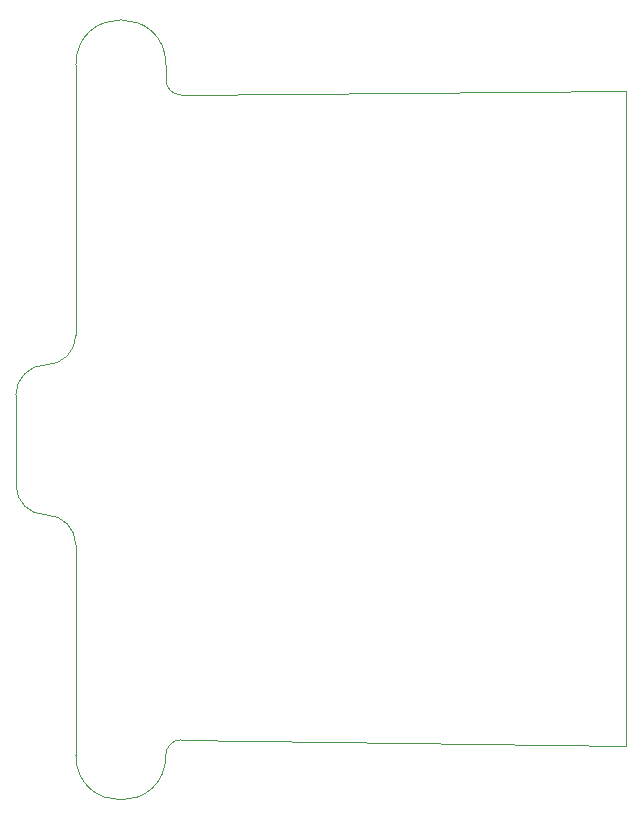
<source format=gbr>
%TF.GenerationSoftware,KiCad,Pcbnew,(6.0.0)*%
%TF.CreationDate,2022-01-24T18:05:25-05:00*%
%TF.ProjectId,gpib breakout,67706962-2062-4726-9561-6b6f75742e6b,rev?*%
%TF.SameCoordinates,Original*%
%TF.FileFunction,Profile,NP*%
%FSLAX46Y46*%
G04 Gerber Fmt 4.6, Leading zero omitted, Abs format (unit mm)*
G04 Created by KiCad (PCBNEW (6.0.0)) date 2022-01-24 18:05:25*
%MOMM*%
%LPD*%
G01*
G04 APERTURE LIST*
%TA.AperFunction,Profile*%
%ADD10C,0.100000*%
%TD*%
%TA.AperFunction,Profile*%
%ADD11C,0.120000*%
%TD*%
G04 APERTURE END LIST*
D10*
X204470000Y-68580000D02*
X242170500Y-68245000D01*
X195580000Y-124460000D02*
G75*
G03*
X203200000Y-124460000I3810000J0D01*
G01*
X193040000Y-91440000D02*
G75*
G03*
X195580000Y-88900000I-1J2540001D01*
G01*
X203200000Y-67310000D02*
G75*
G03*
X204470000Y-68580000I1269999J-1D01*
G01*
X195580000Y-106680000D02*
G75*
G03*
X193040000Y-104140000I-2540001J-1D01*
G01*
X203200000Y-66040000D02*
G75*
G03*
X195580000Y-66040000I-3810000J0D01*
G01*
X195580000Y-124460000D02*
X195580000Y-106680000D01*
X203200000Y-66040000D02*
X203200000Y-67310000D01*
X193040000Y-91440000D02*
G75*
G03*
X190500000Y-93980000I1J-2540001D01*
G01*
X204470000Y-123190000D02*
G75*
G03*
X203200000Y-124460000I-1J-1269999D01*
G01*
X190500000Y-101600000D02*
G75*
G03*
X193040000Y-104140000I2540001J1D01*
G01*
X204470000Y-123190000D02*
X242170500Y-123705000D01*
X195580000Y-66040000D02*
X195580000Y-88900000D01*
X190500000Y-93980000D02*
X190500000Y-101600000D01*
D11*
%TO.C,J1*%
X242170500Y-68245000D02*
X242170500Y-123705000D01*
%TD*%
M02*

</source>
